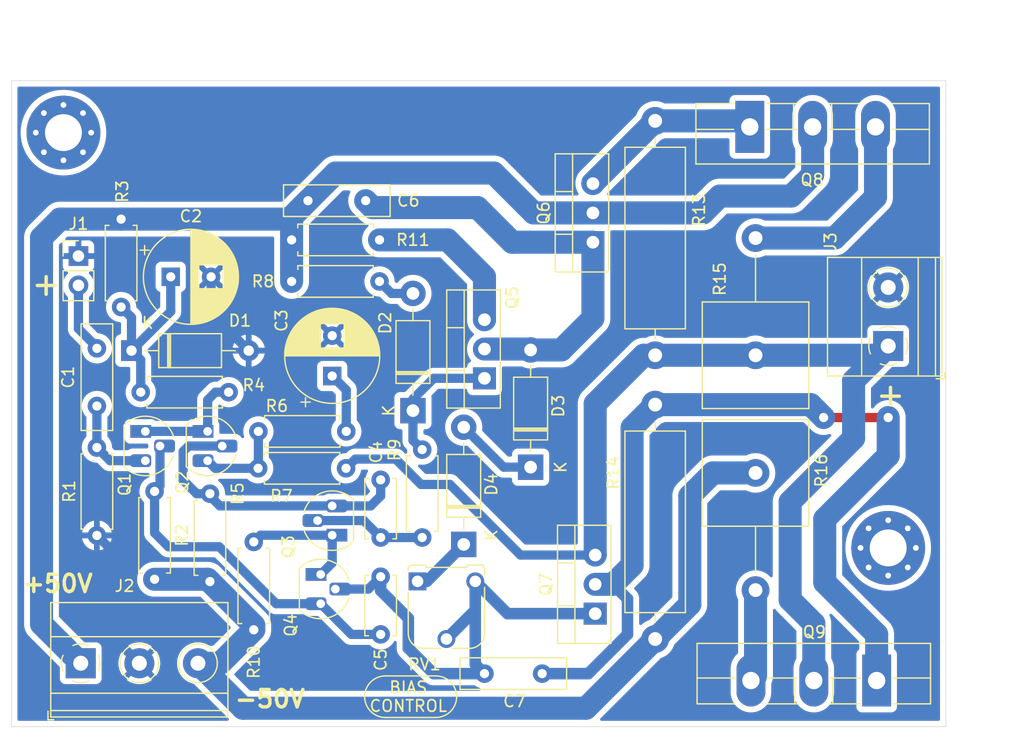
<source format=kicad_pcb>
(kicad_pcb (version 20211014) (generator pcbnew)
  (layers (0 "F.Cu" signal) (31 "B.Cu" signal) (34 "B.Paste" user) (35 "F.Paste" user) (36 "B.SilkS" user "B.Silkscreen") (37 "F.SilkS" user "F.Silkscreen") (38 "B.Mask" user) (39 "F.Mask" user) (44 "Edge.Cuts" user))
  (net 0 "")
  (net 1 "Net-(C1-Pad2)")
  (net 2 "Net-(C1-Pad1)")
  (net 3 "GND")
  (net 4 "Net-(C2-Pad1)")
  (net 5 "Net-(C3-Pad1)")
  (net 6 "Net-(C4-Pad2)")
  (net 7 "Net-(C4-Pad1)")
  (net 8 "Net-(C5-Pad2)")
  (net 9 "Net-(C5-Pad1)")
  (net 10 "50V")
  (net 11 "Net-(C6-Pad1)")
  (net 12 "Net-(C7-Pad2)")
  (net 13 "Net-(D2-Pad2)")
  (net 14 "Net-(D2-Pad1)")
  (net 15 "Net-(D3-Pad1)")
  (net 16 "Net-(D4-Pad1)")
  (net 17 "-50V")
  (net 18 "Net-(J3-Pad1)")
  (net 19 "Net-(Q1-Pad1)")
  (net 20 "Net-(Q2-Pad3)")
  (net 21 "Net-(Q3-Pad1)")
  (net 22 "Net-(Q5-Pad3)")
  (net 23 "Net-(Q6-Pad3)")
  (net 24 "Net-(Q8-Pad3)")
  (net 25 "Net-(Q9-Pad3)")
  (footprint "Capacitor_THT:C_Disc_D9.0mm_W2.5mm_P5.00mm" (layer "F.Cu") (at 12.4 33.2 90)
    (fp_text reference "C1" (at 2.5 -2.5 90) (layer "F.SilkS"))
    (fp_text value "0.47uF")
    (pad "1" thru_hole circle locked (at 0 0 90) (size 1.6 1.6) (drill 0.8) (layers *.Cu *.Mask) (net 2 "Net-(C1-Pad1)"))
    (pad "2" thru_hole circle locked (at 5 0 90) (size 1.6 1.6) (drill 0.8) (layers *.Cu *.Mask) (net 1 "Net-(C1-Pad2)"))
  )
  (footprint "Capacitor_THT:CP_Radial_D8.0mm_P3.50mm" (layer "F.Cu") (at 18.8 22)
    (fp_text reference "C2" (at 1.75 -5.25) (layer "F.SilkS"))
    (fp_text value "100uF")
    (pad "1" thru_hole rect locked (at 0 0) (size 1.6 1.6) (drill 0.8) (layers *.Cu *.Mask) (net 4 "Net-(C2-Pad1)"))
    (pad "2" thru_hole circle locked (at 3.5 0) (size 1.6 1.6) (drill 0.8) (layers *.Cu *.Mask) (net 3 "GND"))
  )
  (footprint "Capacitor_THT:CP_Radial_D8.0mm_P3.50mm" (layer "F.Cu") (at 32.8 30.6 90)
    (fp_text reference "C3" (at 4.8 -4.4 90) (layer "F.SilkS"))
    (fp_text value "100uF")
    (pad "1" thru_hole rect locked (at 0 0 90) (size 1.6 1.6) (drill 0.8) (layers *.Cu *.Mask) (net 5 "Net-(C3-Pad1)"))
    (pad "2" thru_hole circle locked (at 3.5 0 90) (size 1.6 1.6) (drill 0.8) (layers *.Cu *.Mask) (net 3 "GND"))
  )
  (footprint "Capacitor_THT:C_Disc_D5.0mm_W2.5mm_P5.00mm" (layer "F.Cu") (at 37 39.6 -90)
    (fp_text reference "C4" (at -2.4 0.4 90) (layer "F.SilkS"))
    (fp_text value "10pF")
    (pad "1" thru_hole circle locked (at 0 0 270) (size 1.6 1.6) (drill 0.8) (layers *.Cu *.Mask) (net 7 "Net-(C4-Pad1)"))
    (pad "2" thru_hole circle locked (at 5 0 270) (size 1.6 1.6) (drill 0.8) (layers *.Cu *.Mask) (net 6 "Net-(C4-Pad2)"))
  )
  (footprint "Capacitor_THT:C_Disc_D9.0mm_W2.5mm_P5.00mm" (layer "F.Cu") (at 35.7 15.4 180)
    (fp_text reference "C6" (at -3.7 0) (layer "F.SilkS"))
    (fp_text value "10nF")
    (pad "1" thru_hole circle locked (at 0 0 180) (size 1.6 1.6) (drill 0.8) (layers *.Cu *.Mask) (net 11 "Net-(C6-Pad1)"))
    (pad "2" thru_hole circle locked (at 5 0 180) (size 1.6 1.6) (drill 0.8) (layers *.Cu *.Mask) (net 10 "50V"))
  )
  (footprint "Capacitor_THT:C_Disc_D9.0mm_W2.5mm_P5.00mm" (layer "F.Cu") (at 46 56.4)
    (fp_text reference "C7" (at 2.6 2.4) (layer "F.SilkS"))
    (fp_text value "10nF")
    (pad "1" thru_hole circle locked (at 0 0) (size 1.6 1.6) (drill 0.8) (layers *.Cu *.Mask) (net 9 "Net-(C5-Pad1)"))
    (pad "2" thru_hole circle locked (at 5 0) (size 1.6 1.6) (drill 0.8) (layers *.Cu *.Mask) (net 12 "Net-(C7-Pad2)"))
  )
  (footprint "Diode_THT:D_A-405_P10.16mm_Horizontal" (layer "F.Cu") (at 15.4 28.4)
    (fp_text reference "D1" (at 9.4 -2.6) (layer "F.SilkS"))
    (fp_text value "24V")
    (fp_text user "K" (at 1.4 -2.4) (layer "F.SilkS"))
    (pad "1" thru_hole rect locked (at 0 0) (size 1.8 1.8) (drill 0.9) (layers *.Cu *.Mask) (net 4 "Net-(C2-Pad1)"))
    (pad "2" thru_hole oval locked (at 10.16 0) (size 1.8 1.8) (drill 0.9) (layers *.Cu *.Mask) (net 3 "GND"))
  )
  (footprint "Diode_THT:D_DO-41_SOD81_P10.16mm_Horizontal" (layer "F.Cu") (at 50 38.5 90)
    (fp_text reference "D3" (at 5.3 2.4 90) (layer "F.SilkS"))
    (fp_text value "1N4007")
    (fp_text user "K" (at 0 2.6 90) (layer "F.SilkS"))
    (pad "1" thru_hole rect locked (at 0 0 90) (size 2.2 2.2) (drill 1.1) (layers *.Cu *.Mask) (net 15 "Net-(D3-Pad1)"))
    (pad "2" thru_hole oval locked (at 10.16 0 90) (size 2.2 2.2) (drill 1.1) (layers *.Cu *.Mask) (net 11 "Net-(C6-Pad1)"))
  )
  (footprint "Diode_THT:D_DO-41_SOD81_P10.16mm_Horizontal" (layer "F.Cu") (at 44.2 45.2 90)
    (fp_text reference "D4" (at 5.2 2.4 90) (layer "F.SilkS"))
    (fp_text value "1N4007")
    (fp_text user "K" (at 0.8 2.4 90) (layer "F.SilkS"))
    (pad "1" thru_hole rect locked (at 0 0 90) (size 2.2 2.2) (drill 1.1) (layers *.Cu *.Mask) (net 16 "Net-(D4-Pad1)"))
    (pad "2" thru_hole oval locked (at 10.16 0 90) (size 2.2 2.2) (drill 1.1) (layers *.Cu *.Mask) (net 15 "Net-(D3-Pad1)"))
  )
  (footprint "Connector_PinHeader_2.54mm:PinHeader_1x02_P2.54mm_Vertical" (layer "F.Cu") (at 10.8 20.2)
    (fp_text reference "J1" (at 0 -2.8) (layer "F.SilkS"))
    (fp_text value "Conn_01x03")
    (pad "1" thru_hole rect locked (at 0 0) (size 1.7 1.7) (drill 1) (layers *.Cu *.Mask) (net 3 "GND"))
    (pad "2" thru_hole oval locked (at 0 2.54) (size 1.7 1.7) (drill 1) (layers *.Cu *.Mask) (net 1 "Net-(C1-Pad2)"))
  )
  (footprint "TerminalBlock_Phoenix:TerminalBlock_Phoenix_MKDS-1,5-3-5.08_1x03_P5.08mm_Horizontal" (layer "F.Cu") (at 11 55.5)
    (fp_text reference "J2" (at 3.8 -6.7) (layer "F.SilkS"))
    (fp_text value "Conn_01x03")
    (pad "1" thru_hole rect locked (at 0 0) (size 2.6 2.6) (drill 1.3) (layers *.Cu *.Mask) (net 10 "50V"))
    (pad "2" thru_hole circle locked (at 5.08 0) (size 2.6 2.6) (drill 1.3) (layers *.Cu *.Mask) (net 3 "GND"))
    (pad "3" thru_hole circle locked (at 10.16 0) (size 2.6 2.6) (drill 1.3) (layers *.Cu *.Mask) (net 17 "-50V"))
  )
  (footprint "TerminalBlock_Phoenix:TerminalBlock_Phoenix_MKDS-1,5-2-5.08_1x02_P5.08mm_Horizontal" (layer "F.Cu") (at 81 28 90)
    (fp_text reference "J3" (at 9 -5 90) (layer "F.SilkS"))
    (fp_text value "Conn_01x02")
    (pad "1" thru_hole rect locked (at 0 0 90) (size 2.6 2.6) (drill 1.3) (layers *.Cu *.Mask) (net 18 "Net-(J3-Pad1)"))
    (pad "2" thru_hole circle locked (at 5.08 0 90) (size 2.6 2.6) (drill 1.3) (layers *.Cu *.Mask) (net 3 "GND"))
  )
  (footprint "Package_TO_SOT_THT:TO-92L_HandSolder" (layer "F.Cu") (at 16.6 35.4 -90)
    (fp_text reference "Q1" (at 4.6 1.8 90) (layer "F.SilkS"))
    (fp_text value "A733")
    (pad "1" thru_hole rect locked (at 0 0 270) (size 1.1 1.8) (drill 0.75 (offset 0 0.4)) (layers *.Cu *.Mask) (net 19 "Net-(Q1-Pad1)"))
    (pad "2" thru_hole roundrect locked (at 1.27 -1.27 270) (size 1.1 1.8) (drill 0.75 (offset 0 -0.4)) (layers *.Cu *.Mask) (net 8 "Net-(C5-Pad2)"))
    (pad "3" thru_hole roundrect locked (at 2.54 0 270) (size 1.1 1.8) (drill 0.75 (offset 0 0.4)) (layers *.Cu *.Mask) (net 2 "Net-(C1-Pad1)"))
  )
  (footprint "Package_TO_SOT_THT:TO-92L_HandSolder" (layer "F.Cu") (at 32.8 44.4 90)
    (fp_text reference "Q3" (at -1 -3.8 90) (layer "F.SilkS"))
    (fp_text value "2SC2229")
    (pad "1" thru_hole rect locked (at 0 0 90) (size 1.1 1.8) (drill 0.75 (offset 0 0.4)) (layers *.Cu *.Mask) (net 21 "Net-(Q3-Pad1)"))
    (pad "2" thru_hole roundrect locked (at 1.27 -1.27 90) (size 1.1 1.8) (drill 0.75 (offset 0 -0.4)) (layers *.Cu *.Mask) (net 6 "Net-(C4-Pad2)"))
    (pad "3" thru_hole roundrect locked (at 2.54 0 90) (size 1.1 1.8) (drill 0.75 (offset 0 0.4)) (layers *.Cu *.Mask) (net 7 "Net-(C4-Pad1)"))
  )
  (footprint "Package_TO_SOT_THT:TO-220-3_Vertical" (layer "F.Cu") (at 46 30.8 90)
    (fp_text reference "Q5" (at 7 2.4 90) (layer "F.SilkS"))
    (fp_text value "TIP42")
    (pad "1" thru_hole rect locked (at 0 0 90) (size 1.905 2) (drill 1.1) (layers *.Cu *.Mask) (net 14 "Net-(D2-Pad1)"))
    (pad "2" thru_hole oval locked (at 2.54 0 90) (size 1.905 2) (drill 1.1) (layers *.Cu *.Mask) (net 11 "Net-(C6-Pad1)"))
    (pad "3" thru_hole oval locked (at 5.08 0 90) (size 1.905 2) (drill 1.1) (layers *.Cu *.Mask) (net 22 "Net-(Q5-Pad3)"))
  )
  (footprint "Package_TO_SOT_THT:TO-220-3_Vertical" (layer "F.Cu") (at 55.4 19 90)
    (fp_text reference "Q6" (at 2.54 -4.27 90) (layer "F.SilkS"))
    (fp_text value "TIP41")
    (pad "1" thru_hole rect locked (at 0 0 90) (size 1.905 2) (drill 1.1) (layers *.Cu *.Mask) (net 11 "Net-(C6-Pad1)"))
    (pad "2" thru_hole oval locked (at 2.54 0 90) (size 1.905 2) (drill 1.1) (layers *.Cu *.Mask) (net 10 "50V"))
    (pad "3" thru_hole oval locked (at 5.08 0 90) (size 1.905 2) (drill 1.1) (layers *.Cu *.Mask) (net 23 "Net-(Q6-Pad3)"))
  )
  (footprint "Package_TO_SOT_THT:TO-220-3_Vertical" (layer "F.Cu") (at 55.6 51.2 90)
    (fp_text reference "Q7" (at 2.54 -4.27 90) (layer "F.SilkS"))
    (fp_text value "TIP42")
    (pad "1" thru_hole rect locked (at 0 0 90) (size 1.905 2) (drill 1.1) (layers *.Cu *.Mask) (net 9 "Net-(C5-Pad1)"))
    (pad "2" thru_hole oval locked (at 2.54 0 90) (size 1.905 2) (drill 1.1) (layers *.Cu *.Mask) (net 12 "Net-(C7-Pad2)"))
    (pad "3" thru_hole oval locked (at 5.08 0 90) (size 1.905 2) (drill 1.1) (layers *.Cu *.Mask) (net 18 "Net-(J3-Pad1)"))
  )
  (footprint "Package_TO_SOT_THT:TO-264-3_Vertical" (layer "F.Cu") (at 69 9)
    (fp_text reference "Q8" (at 5.4 4.6) (layer "F.SilkS"))
    (fp_text value "2SC5200")
    (pad "1" thru_hole rect locked (at 0 0) (size 2.5 4.5) (drill 1.5) (layers *.Cu *.Mask) (net 23 "Net-(Q6-Pad3)"))
    (pad "2" thru_hole oval locked (at 5.45 0) (size 2.5 4.5) (drill 1.5) (layers *.Cu *.Mask) (net 10 "50V"))
    (pad "3" thru_hole oval locked (at 10.9 0) (size 2.5 4.5) (drill 1.5) (layers *.Cu *.Mask) (net 24 "Net-(Q8-Pad3)"))
  )
  (footprint "Package_TO_SOT_THT:TO-264-3_Vertical" (layer "F.Cu") (at 80 57 180)
    (fp_text reference "Q9" (at 5.4 4.2) (layer "F.SilkS"))
    (fp_text value "2SC5200")
    (pad "1" thru_hole rect locked (at 0 0 180) (size 2.5 4.5) (drill 1.5) (layers *.Cu *.Mask) (net 12 "Net-(C7-Pad2)"))
    (pad "2" thru_hole oval locked (at 5.45 0 180) (size 2.5 4.5) (drill 1.5) (layers *.Cu *.Mask) (net 18 "Net-(J3-Pad1)"))
    (pad "3" thru_hole oval locked (at 10.9 0 180) (size 2.5 4.5) (drill 1.5) (layers *.Cu *.Mask) (net 25 "Net-(Q9-Pad3)"))
  )
  (footprint "Resistor_THT:R_Axial_DIN0207_L6.3mm_D2.5mm_P7.62mm_Horizontal" (layer "F.Cu") (at 17.4 40.6 -90)
    (fp_text reference "R2" (at 3.81 -2.37 90) (layer "F.SilkS"))
    (fp_text value "3.3K")
    (pad "1" thru_hole circle locked (at 0 0 270) (size 1.6 1.6) (drill 0.8) (layers *.Cu *.Mask) (net 8 "Net-(C5-Pad2)"))
    (pad "2" thru_hole oval locked (at 7.62 0 270) (size 1.6 1.6) (drill 0.8) (layers *.Cu *.Mask) (net 17 "-50V"))
  )
  (footprint "Resistor_THT:R_Axial_DIN0207_L6.3mm_D2.5mm_P7.62mm_Horizontal" (layer "F.Cu") (at 14.5 17 -90)
    (fp_text reference "R3" (at -2.4 -0.1 90) (layer "F.SilkS"))
    (fp_text value "4.7K")
    (pad "1" thru_hole circle locked (at 0 0 270) (size 1.6 1.6) (drill 0.8) (layers *.Cu *.Mask) (net 10 "50V"))
    (pad "2" thru_hole oval locked (at 7.62 0 270) (size 1.6 1.6) (drill 0.8) (layers *.Cu *.Mask) (net 4 "Net-(C2-Pad1)"))
  )
  (footprint "Resistor_THT:R_Axial_DIN0207_L6.3mm_D2.5mm_P7.62mm_Horizontal" (layer "F.Cu") (at 16.2 32)
    (fp_text reference "R4" (at 9.8 -0.6) (layer "F.SilkS"))
    (fp_text value "33K")
    (pad "1" thru_hole circle locked (at 0 0) (size 1.6 1.6) (drill 0.8) (layers *.Cu *.Mask) (net 4 "Net-(C2-Pad1)"))
    (pad "2" thru_hole oval locked (at 7.62 0) (size 1.6 1.6) (drill 0.8) (layers *.Cu *.Mask) (net 19 "Net-(Q1-Pad1)"))
  )
  (footprint "Resistor_THT:R_Axial_DIN0207_L6.3mm_D2.5mm_P7.62mm_Horizontal" (layer "F.Cu") (at 22.2 40.8 -90)
    (fp_text reference "R5" (at 0 -2.4 90) (layer "F.SilkS"))
    (fp_text value "3.3K")
    (pad "1" thru_hole circle locked (at 0 0 270) (size 1.6 1.6) (drill 0.8) (layers *.Cu *.Mask) (net 7 "Net-(C4-Pad1)"))
    (pad "2" thru_hole oval locked (at 7.62 0 270) (size 1.6 1.6) (drill 0.8) (layers *.Cu *.Mask) (net 17 "-50V"))
  )
  (footprint "Resistor_THT:R_Axial_DIN0207_L6.3mm_D2.5mm_P7.62mm_Horizontal" (layer "F.Cu") (at 26.4 35.4)
    (fp_text reference "R6" (at 1.6 -2.2) (layer "F.SilkS"))
    (fp_text value "1K")
    (pad "1" thru_hole circle locked (at 0 0) (size 1.6 1.6) (drill 0.8) (layers *.Cu *.Mask) (net 20 "Net-(Q2-Pad3)"))
    (pad "2" thru_hole oval locked (at 7.62 0) (size 1.6 1.6) (drill 0.8) (layers *.Cu *.Mask) (net 5 "Net-(C3-Pad1)"))
  )
  (footprint "Resistor_THT:R_Axial_DIN0207_L6.3mm_D2.5mm_P7.62mm_Horizontal" (layer "F.Cu") (at 36.9 22.4 180)
    (fp_text reference "R8" (at 10.1 0) (layer "F.SilkS"))
    (fp_text value "150")
    (pad "1" thru_hole circle locked (at 0 0 180) (size 1.6 1.6) (drill 0.8) (layers *.Cu *.Mask) (net 13 "Net-(D2-Pad2)"))
    (pad "2" thru_hole oval locked (at 7.62 0 180) (size 1.6 1.6) (drill 0.8) (layers *.Cu *.Mask) (net 10 "50V"))
  )
  (footprint "Resistor_THT:R_Axial_DIN0207_L6.3mm_D2.5mm_P7.62mm_Horizontal" (layer "F.Cu") (at 40.6 44.6 90)
    (fp_text reference "R9" (at 7.6 -2.4 90) (layer "F.SilkS"))
    (fp_text value "10K")
    (pad "1" thru_hole circle locked (at 0 0 90) (size 1.6 1.6) (drill 0.8) (layers *.Cu *.Mask) (net 6 "Net-(C4-Pad2)"))
    (pad "2" thru_hole oval locked (at 7.62 0 90) (size 1.6 1.6) (drill 0.8) (layers *.Cu *.Mask) (net 14 "Net-(D2-Pad1)"))
  )
  (footprint "Resistor_THT:R_Axial_DIN0207_L6.3mm_D2.5mm_P7.62mm_Horizontal" (layer "F.Cu") (at 26 52.6 90)
    (fp_text reference "R10" (at -2.8 0 90) (layer "F.SilkS"))
    (fp_text value "150")
    (pad "1" thru_hole circle locked (at 0 0 90) (size 1.6 1.6) (drill 0.8) (layers *.Cu *.Mask) (net 17 "-50V"))
    (pad "2" thru_hole oval locked (at 7.62 0 90) (size 1.6 1.6) (drill 0.8) (layers *.Cu *.Mask) (net 21 "Net-(Q3-Pad1)"))
  )
  (footprint "Resistor_THT:R_Axial_DIN0207_L6.3mm_D2.5mm_P7.62mm_Horizontal" (layer "F.Cu") (at 36.9 18.8 180)
    (fp_text reference "R11" (at -2.9 0) (layer "F.SilkS"))
    (fp_text value "150")
    (pad "1" thru_hole circle locked (at 0 0 180) (size 1.6 1.6) (drill 0.8) (layers *.Cu *.Mask) (net 22 "Net-(Q5-Pad3)"))
    (pad "2" thru_hole oval locked (at 7.62 0 180) (size 1.6 1.6) (drill 0.8) (layers *.Cu *.Mask) (net 10 "50V"))
  )
  (footprint "Resistor_THT:R_Axial_DIN0516_L15.5mm_D5.0mm_P20.32mm_Horizontal" (layer "F.Cu") (at 60.8 53.4 90)
    (fp_text reference "R14" (at 14.4 -3.62 90) (layer "F.SilkS"))
    (fp_text value "100")
    (pad "1" thru_hole circle locked (at 0 0 90) (size 2.4 2.4) (drill 1.2) (layers *.Cu *.Mask) (net 17 "-50V"))
    (pad "2" thru_hole oval locked (at 20.32 0 90) (size 2.4 2.4) (drill 1.2) (layers *.Cu *.Mask) (net 12 "Net-(C7-Pad2)"))
  )
  (footprint "Resistor_THT:R_Axial_Power_L25.0mm_W9.0mm_P10.16mm_Vertical" (layer "F.Cu") (at 69.5 28.8 90)
    (fp_text reference "R15" (at 6.6 -3.1 90) (layer "F.SilkS"))
    (fp_text value "0.33")
    (pad "1" thru_hole circle locked (at 0 0 90) (size 2.4 2.4) (drill 1.2) (layers *.Cu *.Mask) (net 18 "Net-(J3-Pad1)"))
    (pad "2" thru_hole oval locked (at 10.16 0 90) (size 2.4 2.4) (drill 1.2) (layers *.Cu *.Mask) (net 24 "Net-(Q8-Pad3)"))
  )
  (footprint "Resistor_THT:R_Axial_DIN0516_L15.5mm_D5.0mm_P20.32mm_Horizontal" (layer "F.Cu") (at 60.8 28.8 90)
    (fp_text reference "R13" (at 12.6 3.8 90) (layer "F.SilkS"))
    (fp_text value "100")
    (pad "1" thru_hole circle locked (at 0 0 90) (size 2.4 2.4) (drill 1.2) (layers *.Cu *.Mask) (net 18 "Net-(J3-Pad1)"))
    (pad "2" thru_hole oval locked (at 20.32 0 90) (size 2.4 2.4) (drill 1.2) (layers *.Cu *.Mask) (net 23 "Net-(Q6-Pad3)"))
  )
  (footprint "Package_TO_SOT_THT:TO-92L_HandSolder" (layer "F.Cu") (at 22 35.4 -90)
    (fp_text reference "Q2" (at 4.4 2.2 90) (layer "F.SilkS"))
    (fp_text value "A733")
    (pad "1" thru_hole rect locked (at 0 0 270) (size 1.1 1.8) (drill 0.75 (offset 0 0.4)) (layers *.Cu *.Mask) (net 19 "Net-(Q1-Pad1)"))
    (pad "2" thru_hole roundrect locked (at 1.27 -1.27 270) (size 1.1 1.8) (drill 0.75 (offset 0 -0.4)) (layers *.Cu *.Mask) (net 7 "Net-(C4-Pad1)"))
    (pad "3" thru_hole roundrect locked (at 2.54 0 270) (size 1.1 1.8) (drill 0.75 (offset 0 0.4)) (layers *.Cu *.Mask) (net 20 "Net-(Q2-Pad3)"))
  )
  (footprint "Capacitor_THT:C_Disc_D5.0mm_W2.5mm_P5.00mm" (layer "F.Cu") (at 37 48 -90)
    (fp_text reference "C5" (at 7.2 0 90) (layer "F.SilkS"))
    (fp_text value "10pF")
    (pad "1" thru_hole circle locked (at 0 0 270) (size 1.6 1.6) (drill 0.8) (layers *.Cu *.Mask) (net 9 "Net-(C5-Pad1)"))
    (pad "2" thru_hole circle locked (at 5 0 270) (size 1.6 1.6) (drill 0.8) (layers *.Cu *.Mask) (net 8 "Net-(C5-Pad2)"))
  )
  (footprint "Resistor_THT:R_Axial_DIN0207_L6.3mm_D2.5mm_P7.62mm_Horizontal" (layer "F.Cu") (at 34 38.6 180)
    (fp_text reference "R7" (at 5.6 -2.4) (layer "F.SilkS"))
    (fp_text value "68K")
    (pad "1" thru_hole circle locked (at 0 0 180) (size 1.6 1.6) (drill 0.8) (layers *.Cu *.Mask) (net 18 "Net-(J3-Pad1)"))
    (pad "2" thru_hole oval locked (at 7.62 0 180) (size 1.6 1.6) (drill 0.8) (layers *.Cu *.Mask) (net 20 "Net-(Q2-Pad3)"))
  )
  (footprint "Package_TO_SOT_THT:TO-92L_HandSolder" (layer "F.Cu") (at 31.8 47.8 -90)
    (fp_text reference "Q4" (at 4.4 2.6 90) (layer "F.SilkS"))
    (fp_text value "2SC2229")
    (pad "1" thru_hole rect locked (at 0 0 270) (size 1.1 1.8) (drill 0.75 (offset 0 0.4)) (layers *.Cu *.Mask) (net 21 "Net-(Q3-Pad1)"))
    (pad "2" thru_hole roundrect locked (at 1.27 -1.27 270) (size 1.1 1.8) (drill 0.75 (offset 0 -0.4)) (layers *.Cu *.Mask) (net 9 "Net-(C5-Pad1)"))
    (pad "3" thru_hole roundrect locked (at 2.54 0 270) (size 1.1 1.8) (drill 0.75 (offset 0 0.4)) (layers *.Cu *.Mask) (net 8 "Net-(C5-Pad2)"))
  )
  (footprint "Resistor_THT:R_Axial_Power_L25.0mm_W9.0mm_P10.16mm_Vertical" (layer "F.Cu") (at 69.5 39 -90)
    (fp_text reference "R16" (at -0.2 -5.7 90) (layer "F.SilkS"))
    (fp_text value "0.33")
    (pad "1" thru_hole circle locked (at 0 0 270) (size 2.4 2.4) (drill 1.2) (layers *.Cu *.Mask) (net 17 "-50V"))
    (pad "2" thru_hole oval locked (at 10.16 0 270) (size 2.4 2.4) (drill 1.2) (layers *.Cu *.Mask) (net 25 "Net-(Q9-Pad3)"))
  )
  (footprint "Diode_THT:D_DO-41_SOD81_P10.16mm_Horizontal" (layer "F.Cu") (at 39.8 33.6 90)
    (fp_text reference "D2" (at 7.6 -2.4 90) (layer "F.SilkS"))
    (fp_text value "1N4007")
    (fp_text user "K" (at 0 -2.1 90) (layer "F.SilkS"))
    (pad "1" thru_hole rect locked (at 0 0 90) (size 2.2 2.2) (drill 1.1) (layers *.Cu *.Mask) (net 14 "Net-(D2-Pad1)"))
    (pad "2" thru_hole oval locked (at 10.16 0 90) (size 2.2 2.2) (drill 1.1) (layers *.Cu *.Mask) (net 13 "Net-(D2-Pad2)"))
  )
  (footprint "Resistor_THT:R_Axial_DIN0207_L6.3mm_D2.5mm_P7.62mm_Horizontal" (layer "F.Cu") (at 12.4 36.8 -90)
    (fp_text reference "R1" (at 3.8 2.4 90) (layer "F.SilkS"))
    (fp_text value "68K")
    (pad "1" thru_hole circle locked (at 0 0 270) (size 1.6 1.6) (drill 0.8) (layers *.Cu *.Mask) (net 2 "Net-(C1-Pad1)"))
    (pad "2" thru_hole oval locked (at 7.62 0 270) (size 1.6 1.6) (drill 0.8) (layers *.Cu *.Mask) (net 3 "GND"))
  )
  (footprint "MountingHole:MountingHole_3.2mm_M3_Pad_Via" (layer "F.Cu") (at 9.5 9.5)
    (fp_text reference "H1" hide)
    (fp_text value "MountingHole")
    (pad "1" thru_hole circle locked (at 0 2.4) (size 0.8 0.8) (drill 0.5) (layers *.Cu *.Mask))
    (pad "1" thru_hole circle locked (at -1.697056 1.697056) (size 0.8 0.8) (drill 0.5) (layers *.Cu *.Mask))
    (pad "1" thru_hole circle locked (at 2.4 0) (size 0.8 0.8) (drill 0.5) (layers *.Cu *.Mask))
    (pad "1" thru_hole circle locked (at -1.697056 -1.697056) (size 0.8 0.8) (drill 0.5) (layers *.Cu *.Mask))
    (pad "1" thru_hole circle locked (at 0 -2.4) (size 0.8 0.8) (drill 0.5) (layers *.Cu *.Mask))
    (pad "1" thru_hole circle locked (at 1.697056 -1.697056) (size 0.8 0.8) (drill 0.5) (layers *.Cu *.Mask))
    (pad "1" thru_hole circle locked (at 0 0) (size 6.4 6.4) (drill 3.2) (layers *.Cu *.Mask))
    (pad "1" thru_hole circle locked (at 1.697056 1.697056) (size 0.8 0.8) (drill 0.5) (layers *.Cu *.Mask))
    (pad "1" thru_hole circle locked (at -2.4 0) (size 0.8 0.8) (drill 0.5) (layers *.Cu *.Mask))
  )
  (footprint "MountingHole:MountingHole_3.2mm_M3_Pad_Via" (layer "F.Cu") (at 81 45.5)
    (fp_text reference "H2" hide)
    (fp_text value "MountingHole")
    (pad "1" thru_hole circle locked (at 2.4 0) (size 0.8 0.8) (drill 0.5) (layers *.Cu *.Mask))
    (pad "1" thru_hole circle locked (at 1.697056 1.697056) (size 0.8 0.8) (drill 0.5) (layers *.Cu *.Mask))
    (pad "1" thru_hole circle locked (at 1.697056 -1.697056) (size 0.8 0.8) (drill 0.5) (layers *.Cu *.Mask))
    (pad "1" thru_hole circle locked (at -2.4 0) (size 0.8 0.8) (drill 0.5) (layers *.Cu *.Mask))
    (pad "1" thru_hole circle locked (at 0 -2.4) (size 0.8 0.8) (drill 0.5) (layers *.Cu *.Mask))
    (pad "1" thru_hole circle locked (at 0 0) (size 6.4 6.4) (drill 3.2) (layers *.Cu *.Mask))
    (pad "1" thru_hole circle locked (at 0 2.4) (size 0.8 0.8) (drill 0.5) (layers *.Cu *.Mask))
    (pad "1" thru_hole circle locked (at -1.697056 -1.697056) (size 0.8 0.8) (drill 0.5) (layers *.Cu *.Mask))
    (pad "1" thru_hole circle locked (at -1.697056 1.697056) (size 0.8 0.8) (drill 0.5) (layers *.Cu *.Mask))
  )
  (footprint "Potentiometer_THT:Potentiometer_Runtron_RM-065_Vertical" (layer "F.Cu") (at 40.2 48.4)
    (fp_text reference "RV1" (at 0.6 7.2) (layer "F.SilkS"))
    (fp_text value "1K")
    (pad "1" thru_hole rect locked (at 0 0) (size 1.55 1.55) (drill 1) (layers *.Cu *.Mask) (net 16 "Net-(D4-Pad1)"))
    (pad "2" thru_hole circle locked (at 2.5 5) (size 1.55 1.55) (drill 1) (layers *.Cu *.Mask) (net 9 "Net-(C5-Pad1)"))
    (pad "3" thru_hole circle locked (at 5 0) (size 1.55 1.55) (drill 1) (layers *.Cu *.Mask) (net 9 "Net-(C5-Pad1)"))
  )
  (footprint "MSS_Devices:logo-mr_solder_7.8x3.6mm" (layer "B.Cu") (at 21.8 10.4 180)
    (fp_text reference "G***" hide)
    (fp_text value "LOGO" hide)
  )
  (gr_arc (start 37.4 60.2) (mid 35.6 58.4) (end 37.4 56.6) (layer "F.SilkS") (width 0.12))
  (gr_line (start 41.8 56.6) (end 37.4 56.6) (layer "F.SilkS") (width 0.12))
  (gr_line (start 37.4 60.2) (end 41.8 60.2) (layer "F.SilkS") (width 0.12))
  (gr_arc (start 41.8 56.6) (mid 43.6 58.4) (end 41.8 60.2) (layer "F.SilkS") (width 0.12))
  (gr_line (start 86 61) (end 86 5) (layer "Edge.Cuts") (width 0.05))
  (gr_line (start 5 5) (end 5 61) (layer "Edge.Cuts") (width 0.05))
  (gr_line (start 5 61) (end 86 61) (layer "Edge.Cuts") (width 0.05))
  (gr_line (start 86 5) (end 5 5) (layer "Edge.Cuts") (width 0.05))
  (gr_text "+50V" (at 9 48.6) (layer "F.SilkS") (effects (font (size 1.5 1.5) (thickness 0.3))))
  (gr_text "+" (at 8 22.6) (layer "F.SilkS") (effects (font (size 2 2) (thickness 0.3))))
  (gr_text "BIAS\nCONTROL" (at 39.4 58.4) (layer "F.SilkS") (effects (font (size 1 1))))
  (gr_text "-50V" (at 27.4 58.6) (layer "F.SilkS") (effects (font (size 1.5 1.5) (thickness 0.3))))
  (gr_text "+" (at 81.2 32.2) (layer "F.SilkS") (effects (font (size 2 2) (thickness 0.3))))
  (segment (start 10.8 22.74) (end 10.8 26.5) (width 0.8) (layer "B.Cu") (net 1))
  (segment (start 10.8 26.5) (end 12.5 28.2) (width 0.8) (layer "B.Cu") (net 1))
  (segment (start 16.6 37.94) (end 16.58 37.96) (width 0.8) (layer "B.Cu") (net 2))
  (segment (start 13.54 37.94) (end 12.4 36.8) (width 0.8) (layer "B.Cu") (net 2))
  (segment (start 12.53 36.67) (end 12.4 36.8) (width 0.8) (layer "B.Cu") (net 2))
  (segment (start 16.6 37.94) (end 13.54 37.94) (width 0.8) (layer "B.Cu") (net 2))
  (segment (start 12.4 33.2) (end 12.4 36.8) (width 0.8) (layer "B.Cu") (net 2))
  (segment (start 13.4 52.82) (end 16.08 55.5) (width 0.8) (layer "B.Cu") (net 3))
  (segment (start 22.3 25.14) (end 25.56 28.4) (width 0.8) (layer "B.Cu") (net 3))
  (segment (start 12.4 44.42) (end 13.4 45.42) (width 0.8) (layer "B.Cu") (net 3))
  (segment (start 13.4 45.42) (end 13.4 52.82) (width 0.8) (layer "B.Cu") (net 3))
  (segment (start 22.3 22) (end 22.3 25.14) (width 0.8) (layer "B.Cu") (net 3))
  (segment (start 16.2 29.2) (end 15.4 28.4) (width 0.8) (layer "B.Cu") (net 4))
  (segment (start 14.5 24.62) (end 15.4 25.52) (width 0.8) (layer "B.Cu") (net 4))
  (segment (start 16.2 32) (end 16.2 29.2) (width 0.8) (layer "B.Cu") (net 4))
  (segment (start 18.8 25) (end 15.4 28.4) (width 0.8) (layer "B.Cu") (net 4))
  (segment (start 18.8 22) (end 18.8 25) (width 0.8) (layer "B.Cu") (net 4))
  (segment (start 15.4 25.52) (end 15.4 28.4) (width 0.8) (layer "B.Cu") (net 4))
  (segment (start 34.02 31.82) (end 32.8 30.6) (width 0.8) (layer "B.Cu") (net 5))
  (segment (start 34.02 35.4) (end 34.02 31.82) (width 0.8) (layer "B.Cu") (net 5))
  (segment (start 37 44.6) (end 40.6 44.6) (width 0.8) (layer "B.Cu") (net 6))
  (segment (start 35.53 43.13) (end 37 44.6) (width 0.8) (layer "B.Cu") (net 6))
  (segment (start 31.53 43.13) (end 35.53 43.13) (width 0.8) (layer "B.Cu") (net 6))
  (segment (start 22.2 41) (end 23.06 41.86) (width 0.8) (layer "B.Cu") (net 7))
  (segment (start 19.88 37.14) (end 19.88 39.63) (width 0.8) (layer "B.Cu") (net 7))
  (segment (start 19.88 39.63) (end 21.05 40.8) (width 0.8) (layer "B.Cu") (net 7))
  (segment (start 22 40.6) (end 22.2 40.8) (width 0.8) (layer "B.Cu") (net 7))
  (segment (start 23.27 36.67) (end 20.35 36.67) (width 0.8) (layer "B.Cu") (net 7))
  (segment (start 21.05 40.8) (end 22.2 40.8) (width 0.8) (layer "B.Cu") (net 7))
  (segment (start 36.14 41.86) (end 37 41) (width 0.8) (layer "B.Cu") (net 7))
  (segment (start 20.35 36.67) (end 19.88 37.14) (width 0.8) (layer "B.Cu") (net 7))
  (segment (start 23.06 41.86) (end 36.14 41.86) (width 0.8) (layer "B.Cu") (net 7))
  (segment (start 37 41) (end 37 39.6) (width 0.8) (layer "B.Cu") (net 7))
  (segment (start 22.2 40.8) (end 22.2 41) (width 0.8) (layer "B.Cu") (net 7))
  (segment (start 31.8 50.34) (end 34.46 53) (width 0.8) (layer "B.Cu") (net 8))
  (segment (start 34.46 53) (end 37 53) (width 0.8) (layer "B.Cu") (net 8))
  (segment (start 17.4 44.2) (end 18.6 45.4) (width 0.8) (layer "B.Cu") (net 8))
  (segment (start 23 45.4) (end 27.94 50.34) (width 0.8) (layer "B.Cu") (net 8))
  (segment (start 18.6 45.4) (end 23 45.4) (width 0.8) (layer "B.Cu") (net 8))
  (segment (start 17.4 40.6) (end 17.4 44.2) (width 0.8) (layer "B.Cu") (net 8))
  (segment (start 17.87 36.67) (end 17.87 40.13) (width 0.8) (layer "B.Cu") (net 8))
  (segment (start 17.87 40.13) (end 17.4 40.6) (width 0.8) (layer "B.Cu") (net 8))
  (segment (start 27.94 50.34) (end 31.8 50.34) (width 0.8) (layer "B.Cu") (net 8))
  (segment (start 45.2 48.4) (end 45.2 55.6) (width 1) (layer "B.Cu") (net 9))
  (segment (start 46 56.4) (end 41.6 56.4) (width 1) (layer "B.Cu") (net 9))
  (segment (start 55.6 51.2) (end 48 51.2) (width 1) (layer "B.Cu") (net 9))
  (segment (start 41.6 56.4) (end 39.4 54.2) (width 1) (layer "B.Cu") (net 9))
  (segment (start 45.2 50.9) (end 45.2 48.4) (width 1) (layer "B.Cu") (net 9))
  (segment (start 37 49.2) (end 37 48) (width 1) (layer "B.Cu") (net 9))
  (segment (start 45.2 55.6) (end 46 56.4) (width 1) (layer "B.Cu") (net 9))
  (segment (start 42.7 53.4) (end 45.2 50.9) (width 1) (layer "B.Cu") (net 9))
  (segment (start 39.4 54.2) (end 39.4 51.6) (width 1) (layer "B.Cu") (net 9))
  (segment (start 35.93 49.07) (end 37 48) (width 0.8) (layer "B.Cu") (net 9))
  (segment (start 33.07 49.07) (end 35.93 49.07) (width 0.8) (layer "B.Cu") (net 9))
  (segment (start 39.4 51.6) (end 37 49.2) (width 1) (layer "B.Cu") (net 9))
  (segment (start 48 51.2) (end 45.2 48.4) (width 1) (layer "B.Cu") (net 9))
  (segment (start 46.8 13) (end 50.26 16.46) (width 2) (layer "B.Cu") (net 10))
  (segment (start 9.2 17) (end 14.5 17) (width 2) (layer "B.Cu") (net 10))
  (segment (start 29.28 22.4) (end 29.28 18.8) (width 0.8) (layer "B.Cu") (net 10))
  (segment (start 50.26 16.46) (end 55.4 16.46) (width 2) (layer "B.Cu") (net 10))
  (segment (start 11 55.5) (end 7.6 52.1) (width 2) (layer "B.Cu") (net 10))
  (segment (start 74.45 9.75) (end 74.45 9) (width 2) (layer "B.Cu") (net 10))
  (segment (start 29.1 17) (end 30.7 15.4) (width 2) (layer "B.Cu") (net 10))
  (segment (start 72.6 15) (end 74.45 13.15) (width 2) (layer "B.Cu") (net 10))
  (segment (start 29.28 18.8) (end 29.28 16.82) (width 0.8) (layer "B.Cu") (net 10))
  (segment (start 29.28 22.4) (end 29.28 16.82) (width 2) (layer "B.Cu") (net 10))
  (segment (start 29.28 16.82) (end 30.7 15.4) (width 2) (layer "B.Cu") (net 10))
  (segment (start 66.4 15) (end 72.6 15) (width 2) (layer "B.Cu") (net 10))
  (segment (start 33.1 13) (end 46.8 13) (width 2) (layer "B.Cu") (net 10))
  (segment (start 74.45 13.15) (end 74.45 9) (width 2) (layer "B.Cu") (net 10))
  (segment (start 55.4 16.46) (end 64.94 16.46) (width 2) (layer "B.Cu") (net 10))
  (segment (start 14.5 17) (end 29.1 17) (width 2) (layer "B.Cu") (net 10))
  (segment (start 30.7 15.4) (end 33.1 13) (width 2) (layer "B.Cu") (net 10))
  (segment (start 7.6 52.1) (end 7.6 18.6) (width 2) (layer "B.Cu") (net 10))
  (segment (start 64.94 16.46) (end 66.4 15) (width 2) (layer "B.Cu") (net 10))
  (segment (start 7.6 18.6) (end 9.2 17) (width 2) (layer "B.Cu") (net 10))
  (segment (start 48.4 19) (end 55.4 19) (width 2) (layer "B.Cu") (net 11))
  (segment (start 49.92 28.26) (end 50 28.34) (width 2) (layer "B.Cu") (net 11))
  (segment (start 55.4 25.6) (end 55.4 19) (width 2) (layer "B.Cu") (net 11))
  (segment (start 35.7 15.4) (end 36.3 16) (width 2) (layer "B.Cu") (net 11))
  (segment (start 45.4 16) (end 48.4 19) (width 2) (layer "B.Cu") (net 11))
  (segment (start 46 28.26) (end 49.92 28.26) (width 2) (layer "B.Cu") (net 11))
  (segment (start 52.66 28.34) (end 55.4 25.6) (width 2) (layer "B.Cu") (net 11))
  (segment (start 50 28.34) (end 52.66 28.34) (width 2) (layer "B.Cu") (net 11))
  (segment (start 36.3 16) (end 45.4 16) (width 2) (layer "B.Cu") (net 11))
  (segment (start 75.399996 34.2) (end 81 34.2) (width 0.8) (layer "F.Cu") (net 12))
  (via (at 75.399996 34.2) (size 1.6) (drill 0.8) (layers "F.Cu" "B.Cu") (net 12))
  (via (at 81 34.2) (size 1.6) (drill 0.8) (layers "F.Cu" "B.Cu") (net 12))
  (segment (start 60.8 33.08) (end 74.279996 33.08) (width 2) (layer "B.Cu") (net 12))
  (segment (start 80 57) (end 80 53) (width 2) (layer "B.Cu") (net 12))
  (segment (start 81 37.5) (end 81 34.2) (width 2) (layer "B.Cu") (net 12))
  (segment (start 75.5 48.5) (end 75.5 43) (width 2) (layer "B.Cu") (net 12))
  (segment (start 58.4 49.92) (end 57.14 48.66) (width 1) (layer "B.Cu") (net 12))
  (segment (start 75.5 43) (end 81 37.5) (width 2) (layer "B.Cu") (net 12))
  (segment (start 55.6 48.66) (end 56.272502 48.66) (width 1) (layer "B.Cu") (net 12))
  (segment (start 51 56.4) (end 55 56.4) (width 1) (layer "B.Cu") (net 12))
  (segment (start 57.14 48.66) (end 58.8 47) (width 2) (layer "B.Cu") (net 12))
  (segment (start 58.8 47) (end 58.8 35.08) (width 2) (layer "B.Cu") (net 12))
  (segment (start 55.6 48.66) (end 57.14 48.66) (width 2) (layer "B.Cu") (net 12))
  (segment (start 58.4 53) (end 58.4 49.92) (width 1) (layer "B.Cu") (net 12))
  (segment (start 80 53) (end 75.5 48.5) (width 2) (layer "B.Cu") (net 12))
  (segment (start 74.279996 33.08) (end 75.399996 34.2) (width 2) (layer "B.Cu") (net 12))
  (segment (start 58.8 35.08) (end 60.8 33.08) (width 2) (layer "B.Cu") (net 12))
  (segment (start 55 56.4) (end 58.4 53) (width 1) (layer "B.Cu") (net 12))
  (segment (start 37.94 23.44) (end 36.9 22.4) (width 0.8) (layer "B.Cu") (net 13))
  (segment (start 39.8 23.44) (end 37.94 23.44) (width 0.8) (layer "B.Cu") (net 13))
  (segment (start 39.8 36.18) (end 39.8 33.6) (width 0.8) (layer "B.Cu") (net 14))
  (segment (start 40.6 36.98) (end 39.8 36.18) (width 0.8) (layer "B.Cu") (net 14))
  (segment (start 39.8 33.6) (end 39.8 32.6) (width 0.8) (layer "B.Cu") (net 14))
  (segment (start 39.8 32.6) (end 41.6 30.8) (width 0.8) (layer "B.Cu") (net 14))
  (segment (start 41.6 30.8) (end 46 30.8) (width 0.8) (layer "B.Cu") (net 14))
  (segment (start 44.2 35.04) (end 47.66 38.5) (width 0.8) (layer "B.Cu") (net 15))
  (segment (start 47.66 38.5) (end 50 38.5) (width 0.8) (layer "B.Cu") (net 15))
  (segment (start 41 48.4) (end 44.2 45.2) (width 1) (layer "B.Cu") (net 16))
  (segment (start 40.2 48.4) (end 41 48.4) (width 1) (layer "B.Cu") (net 16))
  (segment (start 25.06 59.4) (end 54.8 59.4) (width 2) (layer "B.Cu") (net 17))
  (segment (start 60.8 53.4) (end 63.8 50.4) (width 2) (layer "B.Cu") (net 17))
  (segment (start 23.1 55.5) (end 26 52.6) (width 2) (layer "B.Cu") (net 17))
  (segment (start 54.8 59.4) (end 60.8 53.4) (width 2) (layer "B.Cu") (net 17))
  (segment (start 17.4 48.22) (end 22 48.22) (width 2) (layer "B.Cu") (net 17))
  (segment (start 63.8 41) (end 65.8 39) (width 2) (layer "B.Cu") (net 17))
  (segment (start 22 48.22) (end 22.2 48.42) (width 2) (layer "B.Cu") (net 17))
  (segment (start 21.16 55.5) (end 23.1 55.5) (width 2) (layer "B.Cu") (net 17))
  (segment (start 21.16 55.5) (end 25.06 59.4) (width 2) (layer "B.Cu") (net 17))
  (segment (start 26 52.22) (end 26 52.6) (width 2) (layer "B.Cu") (net 17))
  (segment (start 65.8 39) (end 69.5 39) (width 2) (layer "B.Cu") (net 17))
  (segment (start 22.2 48.42) (end 26 52.22) (width 2) (layer "B.Cu") (net 17))
  (segment (start 63.8 50.4) (end 63.8 41) (width 2) (layer "B.Cu") (net 17))
  (segment (start 69.5 28.8) (end 60.8 28.8) (width 2) (layer "B.Cu") (net 18))
  (segment (start 69.5 28.8) (end 80.2 28.8) (width 2) (layer "B.Cu") (net 18))
  (segment (start 72.5 41.5) (end 78 36) (width 2) (layer "B.Cu") (net 18))
  (segment (start 55.6 46.12) (end 55.6 33) (width 2) (layer "B.Cu") (net 18))
  (segment (start 74.55 52.05) (end 72.5 50) (width 2) (layer "B.Cu") (net 18))
  (segment (start 34.8 37.8) (end 34 38.6) (width 0.8) (layer "B.Cu") (net 18))
  (segment (start 78 31) (end 81 28) (width 2) (layer "B.Cu") (net 18))
  (segment (start 72.5 50) (end 72.5 41.5) (width 2) (layer "B.Cu") (net 18))
  (segment (start 40.5 40) (end 38.3 37.8) (width 0.8) (layer "B.Cu") (net 18))
  (segment (start 55.6 33) (end 59.8 28.8) (width 2) (layer "B.Cu") (net 18))
  (segment (start 78 36) (end 78 31) (width 2) (layer "B.Cu") (net 18))
  (segment (start 59.8 28.8) (end 60.8 28.8) (width 2) (layer "B.Cu") (net 18))
  (segment (start 69.2 28.8) (end 60.8 28.8) (width 0.8) (layer "B.Cu") (net 18))
  (segment (start 80.2 28.8) (end 81 28) (width 2) (layer "B.Cu") (net 18))
  (segment (start 55.6 46.12) (end 49.12 46.12) (width 0.8) (layer "B.Cu") (net 18))
  (segment (start 74.55 57) (end 74.55 52.05) (width 2) (layer "B.Cu") (net 18))
  (segment (start 43 40) (end 40.5 40) (width 0.8) (layer "B.Cu") (net 18))
  (segment (start 49.12 46.12) (end 43 40) (width 0.8) (layer "B.Cu") (net 18))
  (segment (start 38.3 37.8) (end 34.8 37.8) (width 0.8) (layer "B.Cu") (net 18))
  (segment (start 22 32.68) (end 22.68 32) (width 0.8) (layer "B.Cu") (net 19))
  (segment (start 22.68 32) (end 23.82 32) (width 0.8) (layer "B.Cu") (net 19))
  (segment (start 16.6 35.4) (end 22 35.4) (width 0.8) (layer "B.Cu") (net 19))
  (segment (start 22 35.4) (end 22 32.68) (width 0.8) (layer "B.Cu") (net 19))
  (segment (start 26.4 38.58) (end 26.38 38.6) (width 0.8) (layer "B.Cu") (net 20))
  (segment (start 26.4 35.4) (end 26.4 38.58) (width 0.8) (layer "B.Cu") (net 20))
  (segment (start 22 37.94) (end 22.66 38.6) (width 0.8) (layer "B.Cu") (net 20))
  (segment (start 22.66 38.6) (end 26.38 38.6) (width 0.8) (layer "B.Cu") (net 20))
  (segment (start 26.58 44.4) (end 32.8 44.4) (width 0.8) (layer "B.Cu") (net 21))
  (segment (start 26 44.98) (end 26.58 44.4) (width 0.8) (layer "B.Cu") (net 21))
  (segment (start 32.8 46.8) (end 31.8 47.8) (width 0.8) (layer "B.Cu") (net 21))
  (segment (start 32.8 44.4) (end 32.8 46.8) (width 0.8) (layer "B.Cu") (net 21))
  (segment (start 36.9 18.8) (end 42.8 18.8) (width 2) (layer "B.Cu") (net 22))
  (segment (start 46 22) (end 46 25.72) (width 2) (layer "B.Cu") (net 22))
  (segment (start 42.8 18.8) (end 46 22) (width 2) (layer "B.Cu") (net 22))
  (segment (start 68.48 8.48) (end 69 9) (width 2) (layer "B.Cu") (net 23))
  (segment (start 60.8 8.48) (end 68.48 8.48) (width 2) (layer "B.Cu") (net 23))
  (segment (start 55.4 13.92) (end 55.4 13.88) (width 2) (layer "B.Cu") (net 23))
  (segment (start 55.4 13.88) (end 60.8 8.48) (width 2) (layer "B.Cu") (net 23))
  (segment (start 76.36 18.64) (end 79.9 15.1) (width 2) (layer "B.Cu") (net 24))
  (segment (start 79.9 15.1) (end 79.9 9) (width 2) (layer "B.Cu") (net 24))
  (segment (start 69.5 18.64) (end 76.36 18.64) (width 2) (layer "B.Cu") (net 24))
  (segment (start 69.5 56.6) (end 69.1 57) (width 2) (layer "B.Cu") (net 25))
  (segment (start 69.5 49.16) (end 69.5 56.6) (width 2) (layer "B.Cu") (net 25))
  (zone (net 3) (net_name "GND") (layer "B.Cu") (connect_pads (clearance 0.508)) (min_thickness 0.254) (fill yes (thermal_gap 0.508) (thermal_bridge_width 0.508))
    (polygon (pts (xy 87 62) (xy 4 62) (xy 4 4) (xy 87 4)))
  )
)
</source>
